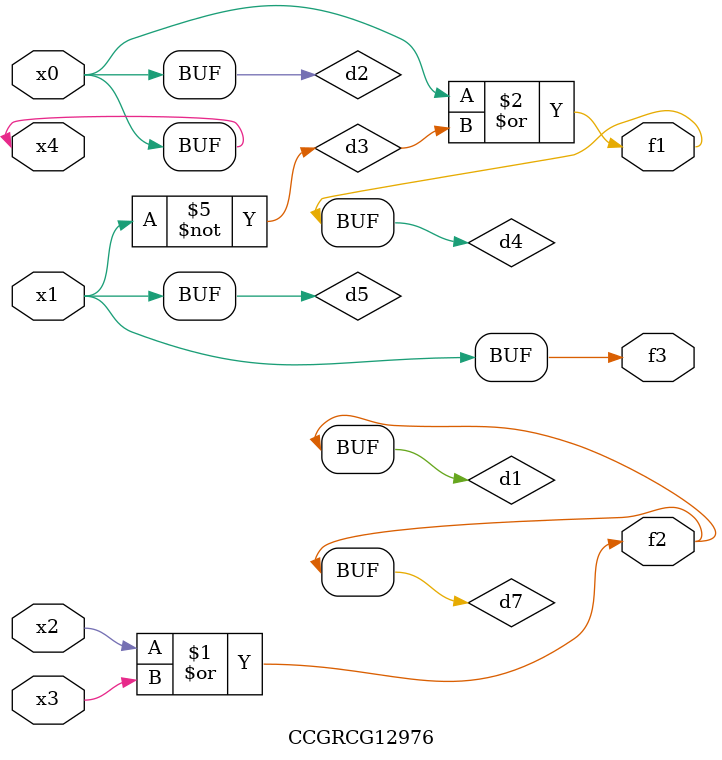
<source format=v>
module CCGRCG12976(
	input x0, x1, x2, x3, x4,
	output f1, f2, f3
);

	wire d1, d2, d3, d4, d5, d6, d7;

	or (d1, x2, x3);
	buf (d2, x0, x4);
	not (d3, x1);
	or (d4, d2, d3);
	not (d5, d3);
	nand (d6, d1, d3);
	or (d7, d1);
	assign f1 = d4;
	assign f2 = d7;
	assign f3 = d5;
endmodule

</source>
